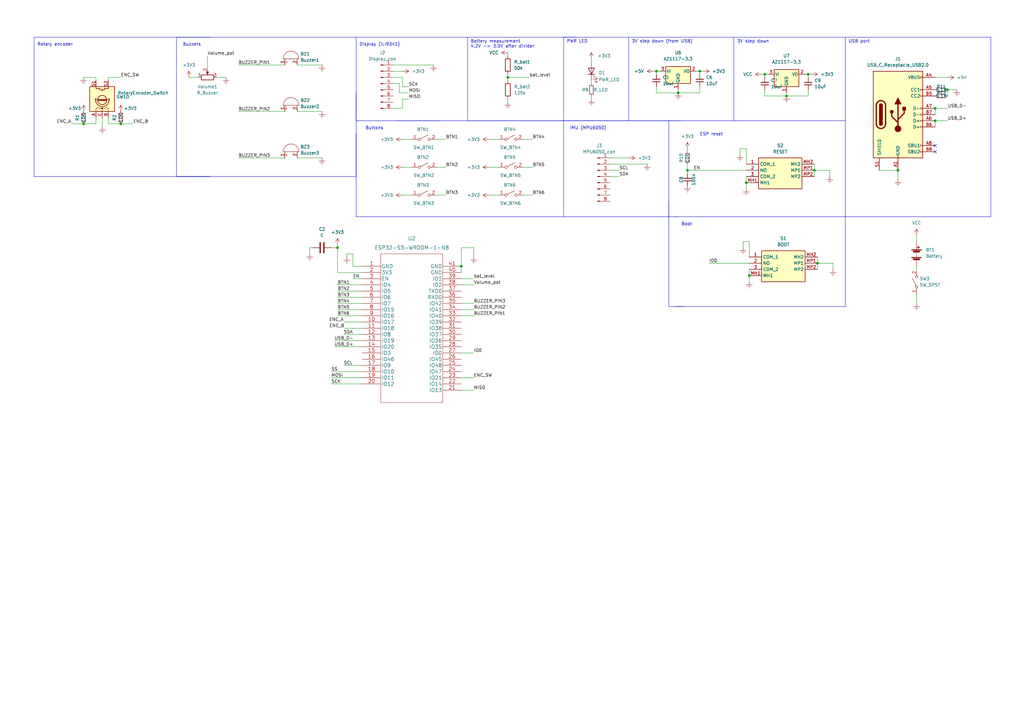
<source format=kicad_sch>
(kicad_sch (version 20230121) (generator eeschema)
  (paper "A3")
  (lib_symbols
    (symbol "+3V3_1" (power) (pin_names (offset 0))
      (property "Value" "+3V3_1" (at 0 3.556 0))
      (symbol "+3V3_1_0_1"
        (polyline (pts (xy -0.762 1.27) (xy 0 2.54)))
        (polyline (pts (xy 0 0) (xy 0 2.54)))
        (polyline (pts (xy 0 2.54) (xy 0.762 1.27)))
      )
      (symbol "+3V3_1_1_1"
        (pin power_in line (at 0 0 90) (length 0) hide (name "+3V3") (number "1"))
      )
    )
    (symbol "+5V_2" (power) (pin_names (offset 0))
      (property "Value" "+5V_2" (at 0 3.556 0))
      (symbol "+5V_2_0_1"
        (polyline (pts (xy -0.762 1.27) (xy 0 2.54)))
        (polyline (pts (xy 0 0) (xy 0 2.54)))
        (polyline (pts (xy 0 2.54) (xy 0.762 1.27)))
      )
      (symbol "+5V_2_1_1"
        (pin power_in line (at 0 0 90) (length 0) hide (name "+5V") (number "1"))
      )
    )
    (symbol "436333033816:436333033816"
      (property "Reference" "S" (at 24.13 7.62 0))
      (property "Value" "436333033816" (at 24.13 5.08 0))
      (symbol "436333033816_1_1"
        (rectangle (start 5.08 2.54) (end 22.86 -10.16) (stroke (width 0.254)) (fill (type background)))
        (pin passive line (at 0 0 0) (length 5.08) (name "COM_1") (number "1"))
        (pin passive line (at 0 -2.54 0) (length 5.08) (name "NO") (number "2"))
        (pin passive line (at 0 -5.08 0) (length 5.08) (name "COM_2") (number "3"))
        (pin passive line (at 0 -7.62 0) (length 5.08) (name "MH1") (number "MH1"))
        (pin passive line (at 27.94 0 180) (length 5.08) (name "MH2") (number "MH2"))
        (pin passive line (at 27.94 -2.54 180) (length 5.08) (name "MP1") (number "MP1"))
        (pin passive line (at 27.94 -5.08 180) (length 5.08) (name "MP2") (number "MP2"))
      )
    )
    (symbol "Connector:Conn_01x08_Pin" (pin_names (offset 1.016) hide)
      (property "Reference" "J" (at 0 10.16 0))
      (property "Value" "Conn_01x08_Pin" (at 0 -12.7 0))
      (symbol "Conn_01x08_Pin_1_1"
        (polyline (pts (xy 1.27 -10.16) (xy 0.8636 -10.16)) (stroke (width 0.1524)))
        (polyline (pts (xy 1.27 -7.62) (xy 0.8636 -7.62)) (stroke (width 0.1524)))
        (polyline (pts (xy 1.27 -5.08) (xy 0.8636 -5.08)) (stroke (width 0.1524)))
        (polyline (pts (xy 1.27 -2.54) (xy 0.8636 -2.54)) (stroke (width 0.1524)))
        (polyline (pts (xy 1.27 0) (xy 0.8636 0)) (stroke (width 0.1524)))
        (polyline (pts (xy 1.27 2.54) (xy 0.8636 2.54)) (stroke (width 0.1524)))
        (polyline (pts (xy 1.27 5.08) (xy 0.8636 5.08)) (stroke (width 0.1524)))
        (polyline (pts (xy 1.27 7.62) (xy 0.8636 7.62)) (stroke (width 0.1524)))
        (rectangle (start 0.8636 -10.033) (end 0 -10.287) (stroke (width 0.1524)) (fill (type outline)))
        (rectangle (start 0.8636 -7.493) (end 0 -7.747) (stroke (width 0.1524)) (fill (type outline)))
        (rectangle (start 0.8636 -4.953) (end 0 -5.207) (stroke (width 0.1524)) (fill (type outline)))
        (rectangle (start 0.8636 -2.413) (end 0 -2.667) (stroke (width 0.1524)) (fill (type outline)))
        (rectangle (start 0.8636 0.127) (end 0 -0.127) (stroke (width 0.1524)) (fill (type outline)))
        (rectangle (start 0.8636 2.667) (end 0 2.413) (stroke (width 0.1524)) (fill (type outline)))
        (rectangle (start 0.8636 5.207) (end 0 4.953) (stroke (width 0.1524)) (fill (type outline)))
        (rectangle (start 0.8636 7.747) (end 0 7.493) (stroke (width 0.1524)) (fill (type outline)))
        (pin passive line (at 5.08 7.62 180) (length 3.81) (name "Pin_1") (number "1"))
        (pin passive line (at 5.08 5.08 180) (length 3.81) (name "Pin_2") (number "2"))
        (pin passive line (at 5.08 2.54 180) (length 3.81) (name "Pin_3") (number "3"))
        (pin passive line (at 5.08 0 180) (length 3.81) (name "Pin_4") (number "4"))
        (pin passive line (at 5.08 -2.54 180) (length 3.81) (name "Pin_5") (number "5"))
        (pin passive line (at 5.08 -5.08 180) (length 3.81) (name "Pin_6") (number "6"))
        (pin passive line (at 5.08 -7.62 180) (length 3.81) (name "Pin_7") (number "7"))
        (pin passive line (at 5.08 -10.16 180) (length 3.81) (name "Pin_8") (number "8"))
      )
    )
    (symbol "Connector:USB_C_Receptacle_USB2.0" (pin_names (offset 1.016))
      (property "Reference" "J" (at -10.16 19.05 0))
      (property "Value" "USB_C_Receptacle_USB2.0" (at 19.05 19.05 0))
      (symbol "USB_C_Receptacle_USB2.0_0_0"
        (rectangle (start -0.254 -17.78) (end 0.254 -16.764))
        (rectangle (start 10.16 -14.986) (end 9.144 -15.494))
        (rectangle (start 10.16 -12.446) (end 9.144 -12.954))
        (rectangle (start 10.16 -4.826) (end 9.144 -5.334))
        (rectangle (start 10.16 -2.286) (end 9.144 -2.794))
        (rectangle (start 10.16 0.254) (end 9.144 -0.254))
        (rectangle (start 10.16 2.794) (end 9.144 2.286))
        (rectangle (start 10.16 7.874) (end 9.144 7.366))
        (rectangle (start 10.16 10.414) (end 9.144 9.906))
        (rectangle (start 10.16 15.494) (end 9.144 14.986))
      )
      (symbol "USB_C_Receptacle_USB2.0_0_1"
        (rectangle (start -10.16 17.78) (end 10.16 -17.78) (stroke (width 0.254)) (fill (type background)))
        (arc (start -8.89 -3.81) (mid -6.985 -5.7067) (end -5.08 -3.81) (stroke (width 0.508)))
        (arc (start -7.62 -3.81) (mid -6.985 -4.4423) (end -6.35 -3.81) (stroke (width 0.254)))
        (arc (start -7.62 -3.81) (mid -6.985 -4.4423) (end -6.35 -3.81) (stroke (width 0.254)) (fill (type outline)))
        (rectangle (start -7.62 -3.81) (end -6.35 3.81) (stroke (width 0.254)) (fill (type outline)))
        (arc (start -6.35 3.81) (mid -6.985 4.4423) (end -7.62 3.81) (stroke (width 0.254)))
        (arc (start -6.35 3.81) (mid -6.985 4.4423) (end -7.62 3.81) (stroke (width 0.254)) (fill (type outline)))
        (arc (start -5.08 3.81) (mid -6.985 5.7067) (end -8.89 3.81) (stroke (width 0.508)))
        (circle (center -2.54 1.143) (radius 0.635) (stroke (width 0.254)) (fill (type outline)))
        (circle (center 0 -5.842) (radius 1.27) (fill (type outline)))
        (polyline (pts (xy -8.89 -3.81) (xy -8.89 3.81)) (stroke (width 0.508)))
        (polyline (pts (xy -5.08 3.81) (xy -5.08 -3.81)) (stroke (width 0.508)))
        (polyline (pts (xy 0 -5.842) (xy 0 4.318)) (stroke (width 0.508)))
        (polyline (pts (xy 0 -3.302) (xy -2.54 -0.762) (xy -2.54 0.508)) (stroke (width 0.508)))
        (polyline (pts (xy 0 -2.032) (xy 2.54 0.508) (xy 2.54 1.778)) (stroke (width 0.508)))
        (polyline (pts (xy -1.27 4.318) (xy 0 6.858) (xy 1.27 4.318) (xy -1.27 4.318)) (stroke (width 0.254)) (fill (type outline)))
        (rectangle (start 1.905 1.778) (end 3.175 3.048) (stroke (width 0.254)) (fill (type outline)))
      )
      (symbol "USB_C_Receptacle_USB2.0_1_1"
        (pin passive line (at 0 -22.86 90) (length 5.08) (name "GND") (number "A1"))
        (pin passive line (at 0 -22.86 90) (length 5.08) hide (name "GND") (number "A12"))
        (pin passive line (at 15.24 15.24 180) (length 5.08) (name "VBUS") (number "A4"))
        (pin bidirectional line (at 15.24 10.16 180) (length 5.08) (name "CC1") (number "A5"))
        (pin bidirectional line (at 15.24 -2.54 180) (length 5.08) (name "D+") (number "A6"))
        (pin bidirectional line (at 15.24 2.54 180) (length 5.08) (name "D-") (number "A7"))
        (pin bidirectional line (at 15.24 -12.7 180) (length 5.08) (name "SBU1") (number "A8"))
        (pin passive line (at 15.24 15.24 180) (length 5.08) hide (name "VBUS") (number "A9"))
        (pin passive line (at 0 -22.86 90) (length 5.08) hide (name "GND") (number "B1"))
        (pin passive line (at 0 -22.86 90) (length 5.08) hide (name "GND") (number "B12"))
        (pin passive line (at 15.24 15.24 180) (length 5.08) hide (name "VBUS") (number "B4"))
        (pin bidirectional line (at 15.24 7.62 180) (length 5.08) (name "CC2") (number "B5"))
        (pin bidirectional line (at 15.24 -5.08 180) (length 5.08) (name "D+") (number "B6"))
        (pin bidirectional line (at 15.24 0 180) (length 5.08) (name "D-") (number "B7"))
        (pin bidirectional line (at 15.24 -15.24 180) (length 5.08) (name "SBU2") (number "B8"))
        (pin passive line (at 15.24 15.24 180) (length 5.08) hide (name "VBUS") (number "B9"))
        (pin passive line (at -7.62 -22.86 90) (length 5.08) (name "SHIELD") (number "S1"))
      )
    )
    (symbol "Device:Battery" (pin_numbers hide) (pin_names (offset 0) hide)
      (property "Reference" "BT" (at 2.54 2.54 0))
      (property "Value" "Battery" (at 2.54 0 0))
      (symbol "Battery_0_1"
        (rectangle (start -2.032 -1.397) (end 2.032 -1.651) (fill (type outline)))
        (rectangle (start -2.032 1.778) (end 2.032 1.524) (fill (type outline)))
        (rectangle (start -1.3208 -1.9812) (end 1.27 -2.4892) (fill (type outline)))
        (rectangle (start -1.3208 1.1938) (end 1.27 0.6858) (fill (type outline)))
        (polyline (pts (xy 0 -1.524) (xy 0 -1.27)))
        (polyline (pts (xy 0 -1.016) (xy 0 -0.762)))
        (polyline (pts (xy 0 -0.508) (xy 0 -0.254)))
        (polyline (pts (xy 0 0) (xy 0 0.254)))
        (polyline (pts (xy 0 0.508) (xy 0 0.762)))
        (polyline (pts (xy 0 1.778) (xy 0 2.54)))
        (polyline (pts (xy 0.254 2.667) (xy 1.27 2.667)) (stroke (width 0.254)))
        (polyline (pts (xy 0.762 3.175) (xy 0.762 2.159)) (stroke (width 0.254)))
      )
      (symbol "Battery_1_1"
        (pin passive line (at 0 5.08 270) (length 2.54) (name "+") (number "1"))
        (pin passive line (at 0 -5.08 90) (length 2.54) (name "-") (number "2"))
      )
    )
    (symbol "Device:Buzzer" (pin_names (offset 0.0254) hide)
      (property "Reference" "BZ" (at 3.81 1.27 0))
      (property "Value" "Buzzer" (at 3.81 -1.27 0))
      (symbol "Buzzer_0_1"
        (arc (start 0 -3.175) (mid 3.1612 0) (end 0 3.175))
        (polyline (pts (xy -1.651 1.905) (xy -1.143 1.905)))
        (polyline (pts (xy -1.397 2.159) (xy -1.397 1.651)))
        (polyline (pts (xy 0 3.175) (xy 0 -3.175)))
      )
      (symbol "Buzzer_1_1"
        (pin passive line (at -2.54 2.54 0) (length 2.54) (name "-") (number "1"))
        (pin passive line (at -2.54 -2.54 0) (length 2.54) (name "+") (number "2"))
      )
    )
    (symbol "Device:C" (pin_numbers hide) (pin_names (offset 0.254))
      (property "Reference" "C" (at 0.635 2.54 0))
      (property "Value" "C" (at 0.635 -2.54 0))
      (symbol "C_0_1"
        (polyline (pts (xy -2.032 -0.762) (xy 2.032 -0.762)) (stroke (width 0.508)))
        (polyline (pts (xy -2.032 0.762) (xy 2.032 0.762)) (stroke (width 0.508)))
      )
      (symbol "C_1_1"
        (pin passive line (at 0 3.81 270) (length 2.794) (name "~") (number "1"))
        (pin passive line (at 0 -3.81 90) (length 2.794) (name "~") (number "2"))
      )
    )
    (symbol "Device:C_Small" (pin_numbers hide) (pin_names (offset 0.254) hide)
      (property "Reference" "C" (at 0.254 1.778 0))
      (property "Value" "C_Small" (at 0.254 -2.032 0))
      (symbol "C_Small_0_1"
        (polyline (pts (xy -1.524 -0.508) (xy 1.524 -0.508)) (stroke (width 0.3302)))
        (polyline (pts (xy -1.524 0.508) (xy 1.524 0.508)) (stroke (width 0.3048)))
      )
      (symbol "C_Small_1_1"
        (pin passive line (at 0 2.54 270) (length 2.032) (name "~") (number "1"))
        (pin passive line (at 0 -2.54 90) (length 2.032) (name "~") (number "2"))
      )
    )
    (symbol "Device:LED" (pin_numbers hide) (pin_names (offset 1.016) hide)
      (property "Reference" "D" (at 0 2.54 0))
      (property "Value" "LED" (at 0 -2.54 0))
      (symbol "LED_0_1"
        (polyline (pts (xy -1.27 -1.27) (xy -1.27 1.27)) (stroke (width 0.254)))
        (polyline (pts (xy -1.27 0) (xy 1.27 0)))
        (polyline (pts (xy 1.27 -1.27) (xy 1.27 1.27) (xy -1.27 0) (xy 1.27 -1.27)) (stroke (width 0.254)))
        (polyline (pts (xy -3.048 -0.762) (xy -4.572 -2.286) (xy -3.81 -2.286) (xy -4.572 -2.286) (xy -4.572 -1.524)))
        (polyline (pts (xy -1.778 -0.762) (xy -3.302 -2.286) (xy -2.54 -2.286) (xy -3.302 -2.286) (xy -3.302 -1.524)))
      )
      (symbol "LED_1_1"
        (pin passive line (at -3.81 0 0) (length 2.54) (name "K") (number "1"))
        (pin passive line (at 3.81 0 180) (length 2.54) (name "A") (number "2"))
      )
    )
    (symbol "Device:R" (pin_numbers hide) (pin_names (offset 0))
      (property "Reference" "R" (at 2.032 0 90))
      (property "Value" "R" (at 0 0 90))
      (symbol "R_0_1"
        (rectangle (start -1.016 -2.54) (end 1.016 2.54) (stroke (width 0.254)))
      )
      (symbol "R_1_1"
        (pin passive line (at 0 3.81 270) (length 1.27) (name "~") (number "1"))
        (pin passive line (at 0 -3.81 90) (length 1.27) (name "~") (number "2"))
      )
    )
    (symbol "Device:R_Potentiometer" (pin_names (offset 1.016) hide)
      (property "Reference" "RV" (at -4.445 0 90))
      (property "Value" "R_Potentiometer" (at -2.54 0 90))
      (symbol "R_Potentiometer_0_1"
        (polyline (pts (xy 2.54 0) (xy 1.524 0)))
        (polyline (pts (xy 1.143 0) (xy 2.286 0.508) (xy 2.286 -0.508) (xy 1.143 0)) (fill (type outline)))
        (rectangle (start 1.016 2.54) (end -1.016 -2.54) (stroke (width 0.254)))
      )
      (symbol "R_Potentiometer_1_1"
        (pin passive line (at 0 3.81 270) (length 1.27) (name "1") (number "1"))
        (pin passive line (at 3.81 0 180) (length 1.27) (name "2") (number "2"))
        (pin passive line (at 0 -3.81 90) (length 1.27) (name "3") (number "3"))
      )
    )
    (symbol "Device:R_Small" (pin_numbers hide) (pin_names (offset 0.254) hide)
      (property "Reference" "R" (at 0.762 0.508 0))
      (property "Value" "R_Small" (at 0.762 -1.016 0))
      (symbol "R_Small_0_1"
        (rectangle (start -0.762 1.778) (end 0.762 -1.778) (stroke (width 0.2032)))
      )
      (symbol "R_Small_1_1"
        (pin passive line (at 0 2.54 270) (length 0.762) (name "~") (number "1"))
        (pin passive line (at 0 -2.54 90) (length 0.762) (name "~") (number "2"))
      )
    )
    (symbol "Device:RotaryEncoder_Switch" (pin_names (offset 0.254) hide)
      (property "Reference" "SW" (at 0 6.604 0))
      (property "Value" "RotaryEncoder_Switch" (at 0 -6.604 0))
      (symbol "RotaryEncoder_Switch_0_1"
        (rectangle (start -5.08 5.08) (end 5.08 -5.08) (stroke (width 0.254)) (fill (type background)))
        (circle (center -3.81 0) (radius 0.254) (fill (type outline)))
        (circle (center -0.381 0) (radius 1.905) (stroke (width 0.254)))
        (arc (start -0.381 2.667) (mid -3.0988 -0.0635) (end -0.381 -2.794) (stroke (width 0.254)))
        (polyline (pts (xy -0.635 -1.778) (xy -0.635 1.778)) (stroke (width 0.254)))
        (polyline (pts (xy -0.381 -1.778) (xy -0.381 1.778)) (stroke (width 0.254)))
        (polyline (pts (xy -0.127 1.778) (xy -0.127 -1.778)) (stroke (width 0.254)))
        (polyline (pts (xy 3.81 0) (xy 3.429 0)) (stroke (width 0.254)))
        (polyline (pts (xy 3.81 1.016) (xy 3.81 -1.016)) (stroke (width 0.254)))
        (polyline (pts (xy -5.08 -2.54) (xy -3.81 -2.54) (xy -3.81 -2.032)))
        (polyline (pts (xy -5.08 2.54) (xy -3.81 2.54) (xy -3.81 2.032)))
        (polyline (pts (xy 0.254 -3.048) (xy -0.508 -2.794) (xy 0.127 -2.413)) (stroke (width 0.254)))
        (polyline (pts (xy 0.254 2.921) (xy -0.508 2.667) (xy 0.127 2.286)) (stroke (width 0.254)))
        (polyline (pts (xy 5.08 -2.54) (xy 4.318 -2.54) (xy 4.318 -1.016)) (stroke (width 0.254)))
        (polyline (pts (xy 5.08 2.54) (xy 4.318 2.54) (xy 4.318 1.016)) (stroke (width 0.254)))
        (polyline (pts (xy -5.08 0) (xy -3.81 0) (xy -3.81 -1.016) (xy -3.302 -2.032)))
        (polyline (pts (xy -4.318 0) (xy -3.81 0) (xy -3.81 1.016) (xy -3.302 2.032)))
        (circle (center 4.318 -1.016) (radius 0.127) (stroke (width 0.254)))
        (circle (center 4.318 1.016) (radius 0.127) (stroke (width 0.254)))
      )
      (symbol "RotaryEncoder_Switch_1_1"
        (pin passive line (at -7.62 2.54 0) (length 2.54) (name "A") (number "A"))
        (pin passive line (at -7.62 -2.54 0) (length 2.54) (name "B") (number "B"))
        (pin passive line (at -7.62 0 0) (length 2.54) (name "C") (number "C"))
        (pin passive line (at 7.62 2.54 180) (length 2.54) (name "S1") (number "S1"))
        (pin passive line (at 7.62 -2.54 180) (length 2.54) (name "S2") (number "S2"))
      )
    )
    (symbol "FC_library:ESP32-S3-WROOM-1-N8" (pin_names (offset 0.254))
      (property "Reference" "U" (at 20.32 10.16 0))
      (property "Value" "ESP32-S3-WROOM-1-N8" (at 20.32 7.62 0))
      (symbol "ESP32-S3-WROOM-1-N8_1_1"
        (polyline (pts (xy 7.62 -55.88) (xy 33.02 -55.88)) (stroke (width 0.127)))
        (polyline (pts (xy 7.62 5.08) (xy 7.62 -55.88)) (stroke (width 0.127)))
        (polyline (pts (xy 33.02 -55.88) (xy 33.02 5.08)) (stroke (width 0.127)))
        (polyline (pts (xy 33.02 5.08) (xy 7.62 5.08)) (stroke (width 0.127)))
        (pin power_in line (at 0 0 0) (length 7.62) (name "GND") (number "1"))
        (pin bidirectional line (at 0 -22.86 0) (length 7.62) (name "IO17") (number "10"))
        (pin bidirectional line (at 0 -25.4 0) (length 7.62) (name "IO18") (number "11"))
        (pin bidirectional line (at 0 -27.94 0) (length 7.62) (name "IO8") (number "12"))
        (pin bidirectional line (at 0 -30.48 0) (length 7.62) (name "IO19") (number "13"))
        (pin bidirectional line (at 0 -33.02 0) (length 7.62) (name "IO20") (number "14"))
        (pin bidirectional line (at 0 -35.56 0) (length 7.62) (name "IO3") (number "15"))
        (pin bidirectional line (at 0 -38.1 0) (length 7.62) (name "IO46") (number "16"))
        (pin bidirectional line (at 0 -40.64 0) (length 7.62) (name "IO9") (number "17"))
        (pin bidirectional line (at 0 -43.18 0) (length 7.62) (name "IO10") (number "18"))
        (pin bidirectional line (at 0 -45.72 0) (length 7.62) (name "IO11") (number "19"))
        (pin power_in line (at 0 -2.54 0) (length 7.62) (name "3V3") (number "2"))
        (pin bidirectional line (at 0 -48.26 0) (length 7.62) (name "IO12") (number "20"))
        (pin bidirectional line (at 40.64 -50.8 180) (length 7.62) (name "IO13") (number "21"))
        (pin bidirectional line (at 40.64 -48.26 180) (length 7.62) (name "IO14") (number "22"))
        (pin bidirectional line (at 40.64 -45.72 180) (length 7.62) (name "IO21") (number "23"))
        (pin bidirectional line (at 40.64 -43.18 180) (length 7.62) (name "IO47") (number "24"))
        (pin bidirectional line (at 40.64 -40.64 180) (length 7.62) (name "IO48") (number "25"))
        (pin bidirectional line (at 40.64 -38.1 180) (length 7.62) (name "IO45") (number "26"))
        (pin bidirectional line (at 40.64 -35.56 180) (length 7.62) (name "IO0") (number "27"))
        (pin bidirectional line (at 40.64 -33.02 180) (length 7.62) (name "IO35") (number "28"))
        (pin bidirectional line (at 40.64 -30.48 180) (length 7.62) (name "IO36") (number "29"))
        (pin input line (at 0 -5.08 0) (length 7.62) (name "EN") (number "3"))
        (pin bidirectional line (at 40.64 -27.94 180) (length 7.62) (name "IO37") (number "30"))
        (pin bidirectional line (at 40.64 -25.4 180) (length 7.62) (name "IO38") (number "31"))
        (pin bidirectional line (at 40.64 -22.86 180) (length 7.62) (name "IO39") (number "32"))
        (pin bidirectional line (at 40.64 -20.32 180) (length 7.62) (name "IO40") (number "33"))
        (pin bidirectional line (at 40.64 -17.78 180) (length 7.62) (name "IO41") (number "34"))
        (pin bidirectional line (at 40.64 -15.24 180) (length 7.62) (name "IO42") (number "35"))
        (pin bidirectional line (at 40.64 -12.7 180) (length 7.62) (name "RXD0") (number "36"))
        (pin bidirectional line (at 40.64 -10.16 180) (length 7.62) (name "TXD0") (number "37"))
        (pin bidirectional line (at 40.64 -7.62 180) (length 7.62) (name "IO2") (number "38"))
        (pin bidirectional line (at 40.64 -5.08 180) (length 7.62) (name "IO1") (number "39"))
        (pin bidirectional line (at 0 -7.62 0) (length 7.62) (name "IO4") (number "4"))
        (pin power_in line (at 40.64 -2.54 180) (length 7.62) (name "GND") (number "40"))
        (pin power_in line (at 40.64 0 180) (length 7.62) (name "GND") (number "41"))
        (pin bidirectional line (at 0 -10.16 0) (length 7.62) (name "IO5") (number "5"))
        (pin bidirectional line (at 0 -12.7 0) (length 7.62) (name "IO6") (number "6"))
        (pin bidirectional line (at 0 -15.24 0) (length 7.62) (name "IO7") (number "7"))
        (pin bidirectional line (at 0 -17.78 0) (length 7.62) (name "IO15") (number "8"))
        (pin bidirectional line (at 0 -20.32 0) (length 7.62) (name "IO16") (number "9"))
      )
    )
    (symbol "Regulator_Linear:AZ1117-3.3" (pin_names (offset 0.254))
      (property "Reference" "U" (at -3.81 3.175 0))
      (property "Value" "AZ1117-3.3" (at 0 3.175 0))
      (symbol "AZ1117-3.3_0_1"
        (rectangle (start -5.08 1.905) (end 5.08 -5.08) (stroke (width 0.254)) (fill (type background)))
      )
      (symbol "AZ1117-3.3_1_1"
        (pin power_in line (at 0 -7.62 90) (length 2.54) (name "GND") (number "1"))
        (pin power_out line (at 7.62 0 180) (length 2.54) (name "VO") (number "2"))
        (pin power_in line (at -7.62 0 0) (length 2.54) (name "VI") (number "3"))
      )
    )
    (symbol "Switch:SW_SPST" (pin_names (offset 0) hide)
      (property "Reference" "SW" (at 0 3.175 0))
      (property "Value" "SW_SPST" (at 0 -2.54 0))
      (symbol "SW_SPST_0_0"
        (circle (center -2.032 0) (radius 0.508))
        (polyline (pts (xy -1.524 0.254) (xy 1.524 1.778)))
        (circle (center 2.032 0) (radius 0.508))
      )
      (symbol "SW_SPST_1_1"
        (pin passive line (at -5.08 0 0) (length 2.54) (name "A") (number "1"))
        (pin passive line (at 5.08 0 180) (length 2.54) (name "B") (number "2"))
      )
    )
    (symbol "VCC_1" (power) (pin_names (offset 0))
      (property "Value" "VCC_1" (at 0 3.81 0))
      (symbol "VCC_1_0_1"
        (polyline (pts (xy -0.762 1.27) (xy 0 2.54)))
        (polyline (pts (xy 0 0) (xy 0 2.54)))
        (polyline (pts (xy 0 2.54) (xy 0.762 1.27)))
      )
      (symbol "VCC_1_1_1"
        (pin power_in line (at 0 0 90) (length 0) hide (name "VCC") (number "1"))
      )
    )
    (symbol "power:+3V3" (power) (pin_names (offset 0))
      (property "Value" "+3V3" (at 0 3.556 0))
      (symbol "+3V3_0_1"
        (polyline (pts (xy -0.762 1.27) (xy 0 2.54)))
        (polyline (pts (xy 0 0) (xy 0 2.54)))
        (polyline (pts (xy 0 2.54) (xy 0.762 1.27)))
      )
      (symbol "+3V3_1_1"
        (pin power_in line (at 0 0 90) (length 0) hide (name "+3V3") (number "1"))
      )
    )
    (symbol "power:+5V" (power) (pin_names (offset 0))
      (property "Value" "+5V" (at 0 3.556 0))
      (symbol "+5V_0_1"
        (polyline (pts (xy -0.762 1.27) (xy 0 2.54)))
        (polyline (pts (xy 0 0) (xy 0 2.54)))
        (polyline (pts (xy 0 2.54) (xy 0.762 1.27)))
      )
      (symbol "+5V_1_1"
        (pin power_in line (at 0 0 90) (length 0) hide (name "+5V") (number "1"))
      )
    )
    (symbol "power:Earth" (power) (pin_names (offset 0))
      (symbol "Earth_0_1"
        (polyline (pts (xy -0.635 -1.905) (xy 0.635 -1.905)))
        (polyline (pts (xy -0.127 -2.54) (xy 0.127 -2.54)))
        (polyline (pts (xy 0 -1.27) (xy 0 0)))
        (polyline (pts (xy 1.27 -1.27) (xy -1.27 -1.27)))
      )
      (symbol "Earth_1_1"
        (pin power_in line (at 0 0 270) (length 0) hide (name "Earth") (number "1"))
      )
    )
    (symbol "power:VCC" (power) (pin_names (offset 0))
      (property "Value" "VCC" (at 0 3.81 0))
      (symbol "VCC_0_1"
        (polyline (pts (xy -0.762 1.27) (xy 0 2.54)))
        (polyline (pts (xy 0 0) (xy 0 2.54)))
        (polyline (pts (xy 0 2.54) (xy 0.762 1.27)))
      )
      (symbol "VCC_1_1"
        (pin power_in line (at 0 0 90) (length 0) hide (name "VCC") (number "1"))
      )
    )
  )
  (junction (at 334.01 69.85))
  (junction (at 138.43 101.6))
  (junction (at 307.34 113.03))
  (junction (at 287.02 29.21))
  (junction (at 281.94 69.85))
  (junction (at 306.07 74.93))
  (junction (at 388.62 36.83))
  (junction (at 368.3 69.85))
  (junction (at 49.53 50.8))
  (junction (at 269.24 29.21))
  (junction (at 383.54 49.53))
  (junction (at 313.69 30.48))
  (junction (at 383.54 44.45))
  (junction (at 278.13 38.1))
  (junction (at 331.47 30.48))
  (junction (at 208.28 31.75))
  (junction (at 34.29 50.8))
  (junction (at 189.23 109.22))
  (junction (at 335.28 107.95))
  (junction (at 322.58 39.37))
  (no_connect (at 383.54 62.23))
  (no_connect (at 383.54 59.69))
  (wire (pts (xy 189.23 124.46) (xy 194.31 124.46)))
  (polyline (pts (xy 346.71 88.9) (xy 346.71 125.73)))
  (wire (pts (xy 34.29 31.75) (xy 39.37 31.75)))
  (polyline (pts (xy 406.4 15.24) (xy 406.4 88.9)))
  (wire (pts (xy 138.43 127) (xy 148.59 127)))
  (wire (pts (xy 142.24 104.14) (xy 142.24 105.41)))
  (wire (pts (xy 303.53 63.5) (xy 303.53 60.96)))
  (wire (pts (xy 250.19 67.31) (xy 265.43 67.31)))
  (wire (pts (xy 29.21 50.8) (xy 34.29 50.8)))
  (wire (pts (xy 307.34 110.49) (xy 307.34 113.03)))
  (wire (pts (xy 360.68 69.85) (xy 368.3 69.85)))
  (wire (pts (xy 281.94 60.96) (xy 281.94 62.23)))
  (wire (pts (xy 85.09 22.86) (xy 85.09 27.94)))
  (wire (pts (xy 161.29 29.21) (xy 165.1 29.21)))
  (wire (pts (xy 165.1 40.64) (xy 167.64 40.64)))
  (wire (pts (xy 140.97 149.86) (xy 148.59 149.86)))
  (wire (pts (xy 307.34 113.03) (xy 307.34 115.57)))
  (wire (pts (xy 163.83 38.1) (xy 167.64 38.1)))
  (polyline (pts (xy 146.05 54.61) (xy 146.05 88.9)))
  (wire (pts (xy 138.43 111.76) (xy 148.59 111.76)))
  (wire (pts (xy 278.13 38.1) (xy 287.02 38.1)))
  (wire (pts (xy 242.57 24.13) (xy 242.57 25.4)))
  (wire (pts (xy 179.07 80.01) (xy 182.88 80.01)))
  (wire (pts (xy 269.24 29.21) (xy 269.24 30.48)))
  (wire (pts (xy 334.01 67.31) (xy 334.01 69.85)))
  (wire (pts (xy 388.62 36.83) (xy 392.43 36.83)))
  (polyline (pts (xy 346.71 15.24) (xy 346.71 88.9)))
  (wire (pts (xy 163.83 38.1) (xy 163.83 34.29)))
  (wire (pts (xy 141.2378 134.6174) (xy 142.6899 134.6174)))
  (wire (pts (xy 148.59 109.22) (xy 144.78 109.22)))
  (wire (pts (xy 335.28 107.95) (xy 335.28 110.49)))
  (polyline (pts (xy 274.32 82.55) (xy 274.32 88.9)))
  (wire (pts (xy 313.69 39.37) (xy 322.58 39.37)))
  (wire (pts (xy 287.02 29.21) (xy 287.02 30.48)))
  (wire (pts (xy 341.63 107.95) (xy 341.63 110.49)))
  (wire (pts (xy 138.43 124.46) (xy 148.59 124.46)))
  (wire (pts (xy 214.63 80.01) (xy 218.44 80.01)))
  (polyline (pts (xy 274.32 88.9) (xy 274.32 125.73)))
  (wire (pts (xy 140.97 137.16) (xy 148.59 137.16)))
  (wire (pts (xy 287.02 38.1) (xy 287.02 35.56)))
  (wire (pts (xy 340.36 69.85) (xy 334.01 69.85)))
  (wire (pts (xy 250.19 64.77) (xy 257.81 64.77)))
  (wire (pts (xy 335.28 105.41) (xy 335.28 107.95)))
  (wire (pts (xy 208.28 40.64) (xy 208.28 41.91)))
  (wire (pts (xy 269.24 38.1) (xy 278.13 38.1)))
  (wire (pts (xy 312.42 30.48) (xy 313.69 30.48)))
  (wire (pts (xy 44.45 33.02) (xy 44.45 31.75)))
  (wire (pts (xy 135.89 157.48) (xy 148.59 157.48)))
  (wire (pts (xy 128.27 101.6) (xy 127 101.6)))
  (wire (pts (xy 144.78 104.14) (xy 142.24 104.14)))
  (wire (pts (xy 383.54 31.75) (xy 388.62 31.75)))
  (polyline (pts (xy 146.05 15.24) (xy 146.05 49.53)))
  (wire (pts (xy 250.19 69.85) (xy 254 69.85)))
  (wire (pts (xy 77.47 31.75) (xy 81.28 31.75)))
  (wire (pts (xy 41.91 48.26) (xy 41.91 52.07)))
  (polyline (pts (xy 346.71 15.24) (xy 257.81 15.24)))
  (polyline (pts (xy 276.86 125.73) (xy 346.71 125.73)))
  (wire (pts (xy 121.92 64.77) (xy 132.08 64.77)))
  (wire (pts (xy 179.07 68.58) (xy 182.88 68.58)))
  (wire (pts (xy 208.28 21.59) (xy 208.28 22.86)))
  (wire (pts (xy 285.75 29.21) (xy 287.02 29.21)))
  (wire (pts (xy 281.94 69.85) (xy 281.94 71.12)))
  (wire (pts (xy 306.07 72.39) (xy 306.07 74.93)))
  (wire (pts (xy 144.78 114.3) (xy 148.59 114.3)))
  (wire (pts (xy 307.34 99.06) (xy 307.34 105.41)))
  (wire (pts (xy 334.01 69.85) (xy 334.01 72.39)))
  (wire (pts (xy 304.8 101.6) (xy 304.8 99.06)))
  (wire (pts (xy 375.92 96.52) (xy 375.92 99.06)))
  (wire (pts (xy 281.94 67.31) (xy 281.94 69.85)))
  (wire (pts (xy 165.1 35.56) (xy 165.1 31.75)))
  (polyline (pts (xy 13.97 15.24) (xy 86.36 15.24)))
  (wire (pts (xy 161.29 26.67) (xy 177.8 26.67)))
  (polyline (pts (xy 146.05 88.9) (xy 274.32 88.9)))
  (wire (pts (xy 200.66 68.58) (xy 204.47 68.58)))
  (wire (pts (xy 189.23 144.78) (xy 194.31 144.78)))
  (polyline (pts (xy 257.81 15.24) (xy 257.81 49.53)))
  (wire (pts (xy 290.83 107.95) (xy 307.34 107.95)))
  (polyline (pts (xy 162.56 49.53) (xy 250.19 49.53)))
  (wire (pts (xy 44.45 50.8) (xy 49.53 50.8)))
  (wire (pts (xy 138.43 119.38) (xy 148.59 119.38)))
  (wire (pts (xy 278.13 36.83) (xy 278.13 38.1)))
  (polyline (pts (xy 191.77 15.24) (xy 191.77 49.53)))
  (wire (pts (xy 267.97 29.21) (xy 269.24 29.21)))
  (polyline (pts (xy 231.14 49.53) (xy 300.99 49.53)))
  (wire (pts (xy 322.58 39.37) (xy 331.47 39.37)))
  (wire (pts (xy 189.23 101.6) (xy 194.31 101.6)))
  (wire (pts (xy 331.47 39.37) (xy 331.47 36.83)))
  (polyline (pts (xy 406.4 15.24) (xy 346.71 15.24)))
  (wire (pts (xy 138.43 121.92) (xy 148.59 121.92)))
  (polyline (pts (xy 146.05 38.1) (xy 146.05 72.39)))
  (wire (pts (xy 121.92 26.67) (xy 132.08 26.67)))
  (polyline (pts (xy 274.32 88.9) (xy 276.86 88.9)))
  (wire (pts (xy 242.57 34.29) (xy 242.57 33.02)))
  (wire (pts (xy 34.29 50.8) (xy 39.37 50.8)))
  (wire (pts (xy 44.45 48.26) (xy 44.45 50.8)))
  (polyline (pts (xy 72.39 72.39) (xy 144.78 72.39)))
  (wire (pts (xy 144.78 109.22) (xy 144.78 104.14)))
  (polyline (pts (xy 346.71 88.9) (xy 406.4 88.9)))
  (polyline (pts (xy 180.34 49.53) (xy 146.05 49.53)))
  (wire (pts (xy 303.53 60.96) (xy 306.07 60.96)))
  (polyline (pts (xy 274.32 49.53) (xy 274.32 88.9)))
  (polyline (pts (xy 72.39 15.24) (xy 146.05 15.24)))
  (wire (pts (xy 194.31 101.6) (xy 194.31 105.41)))
  (wire (pts (xy 179.07 57.15) (xy 182.88 57.15)))
  (wire (pts (xy 375.92 109.22) (xy 375.92 110.49)))
  (wire (pts (xy 287.02 29.21) (xy 288.29 29.21)))
  (wire (pts (xy 165.1 40.64) (xy 165.1 44.45)))
  (polyline (pts (xy 257.81 15.24) (xy 231.14 15.24)))
  (wire (pts (xy 331.47 30.48) (xy 331.47 31.75)))
  (wire (pts (xy 383.54 44.45) (xy 383.54 46.99)))
  (wire (pts (xy 388.62 36.83) (xy 388.62 39.37)))
  (wire (pts (xy 250.19 72.39) (xy 254 72.39)))
  (wire (pts (xy 165.1 44.45) (xy 161.29 44.45)))
  (wire (pts (xy 208.28 31.75) (xy 208.28 33.02)))
  (wire (pts (xy 208.28 30.48) (xy 208.28 31.75)))
  (wire (pts (xy 330.2 30.48) (xy 331.47 30.48)))
  (wire (pts (xy 189.23 101.6) (xy 189.23 109.22)))
  (wire (pts (xy 121.92 45.72) (xy 132.08 45.72)))
  (wire (pts (xy 189.23 127) (xy 194.31 127)))
  (wire (pts (xy 331.47 30.48) (xy 332.74 30.48)))
  (wire (pts (xy 165.1 57.15) (xy 168.91 57.15)))
  (wire (pts (xy 165.1 68.58) (xy 168.91 68.58)))
  (polyline (pts (xy 276.86 88.9) (xy 346.71 88.9)))
  (wire (pts (xy 135.89 101.6) (xy 138.43 101.6)))
  (wire (pts (xy 375.92 120.65) (xy 375.92 124.46)))
  (wire (pts (xy 44.45 31.75) (xy 49.53 31.75)))
  (wire (pts (xy 189.23 109.22) (xy 189.23 111.76)))
  (polyline (pts (xy 276.86 88.9) (xy 278.13 88.9)))
  (wire (pts (xy 306.07 60.96) (xy 306.07 67.31)))
  (wire (pts (xy 138.43 129.54) (xy 148.59 129.54)))
  (wire (pts (xy 313.69 30.48) (xy 313.69 31.75)))
  (wire (pts (xy 313.69 30.48) (xy 314.96 30.48)))
  (polyline (pts (xy 274.32 125.73) (xy 280.67 125.73)))
  (wire (pts (xy 189.23 114.3) (xy 194.31 114.3)))
  (polyline (pts (xy 13.97 72.39) (xy 86.36 72.39)))
  (wire (pts (xy 163.83 34.29) (xy 161.29 34.29)))
  (wire (pts (xy 304.8 99.06) (xy 307.34 99.06)))
  (wire (pts (xy 97.79 64.77) (xy 116.84 64.77)))
  (polyline (pts (xy 191.77 49.53) (xy 279.4 49.53)))
  (polyline (pts (xy 72.39 15.24) (xy 72.39 72.39)))
  (polyline (pts (xy 300.99 15.24) (xy 300.99 49.53)))
  (polyline (pts (xy 231.14 49.53) (xy 231.14 88.9)))
  (wire (pts (xy 368.3 69.85) (xy 368.3 73.66)))
  (wire (pts (xy 313.69 36.83) (xy 313.69 39.37)))
  (wire (pts (xy 306.07 74.93) (xy 306.07 77.47)))
  (wire (pts (xy 269.24 35.56) (xy 269.24 38.1)))
  (wire (pts (xy 214.63 57.15) (xy 218.44 57.15)))
  (wire (pts (xy 142.6899 134.6174) (xy 142.6899 134.62)))
  (wire (pts (xy 137.16 142.24) (xy 148.59 142.24)))
  (wire (pts (xy 88.9 31.75) (xy 92.71 31.75)))
  (wire (pts (xy 127 101.6) (xy 127 104.14)))
  (wire (pts (xy 189.23 129.54) (xy 194.31 129.54)))
  (wire (pts (xy 165.1 31.75) (xy 161.29 31.75)))
  (wire (pts (xy 49.53 50.8) (xy 54.61 50.8)))
  (wire (pts (xy 138.43 100.33) (xy 138.43 101.6)))
  (wire (pts (xy 322.58 38.1) (xy 322.58 39.37)))
  (wire (pts (xy 39.37 48.26) (xy 39.37 50.8)))
  (wire (pts (xy 189.23 116.84) (xy 194.31 116.84)))
  (wire (pts (xy 165.1 80.01) (xy 168.91 80.01)))
  (wire (pts (xy 142.6899 134.62) (xy 148.59 134.62)))
  (wire (pts (xy 135.89 152.4) (xy 148.59 152.4)))
  (wire (pts (xy 200.66 80.01) (xy 204.47 80.01)))
  (wire (pts (xy 165.1 35.56) (xy 167.64 35.56)))
  (wire (pts (xy 340.36 69.85) (xy 340.36 72.39)))
  (wire (pts (xy 137.16 139.7) (xy 148.59 139.7)))
  (wire (pts (xy 97.79 45.72) (xy 116.84 45.72)))
  (polyline (pts (xy 144.78 72.39) (xy 146.05 72.39)))
  (polyline (pts (xy 236.22 15.24) (xy 191.77 15.24)))
  (wire (pts (xy 200.66 57.15) (xy 204.47 57.15)))
  (wire (pts (xy 189.23 154.94) (xy 194.31 154.94)))
  (wire (pts (xy 39.37 31.75) (xy 39.37 33.02)))
  (wire (pts (xy 138.43 116.84) (xy 148.59 116.84)))
  (wire (pts (xy 281.94 69.85) (xy 306.07 69.85)))
  (wire (pts (xy 269.24 29.21) (xy 270.51 29.21)))
  (polyline (pts (xy 191.77 15.24) (xy 146.05 15.24)))
  (wire (pts (xy 189.23 160.02) (xy 194.31 160.02)))
  (wire (pts (xy 341.63 107.95) (xy 335.28 107.95)))
  (polyline (pts (xy 13.97 15.24) (xy 13.97 72.39)))
  (wire (pts (xy 383.54 44.45) (xy 388.62 44.45)))
  (wire (pts (xy 140.97 132.08) (xy 148.59 132.08)))
  (polyline (pts (xy 231.14 15.24) (xy 231.14 49.53)))
  (wire (pts (xy 214.63 68.58) (xy 218.44 68.58)))
  (wire (pts (xy 135.89 154.94) (xy 148.59 154.94)))
  (wire (pts (xy 208.28 31.75) (xy 217.17 31.75)))
  (wire (pts (xy 242.57 40.64) (xy 242.57 39.37)))
  (wire (pts (xy 383.54 49.53) (xy 388.62 49.53)))
  (wire (pts (xy 138.43 101.6) (xy 138.43 111.76)))
  (polyline (pts (xy 300.99 49.53) (xy 346.71 49.53)))
  (wire (pts (xy 383.54 49.53) (xy 383.54 52.07)))
  (wire (pts (xy 97.79 26.67) (xy 116.84 26.67)))
  (text "PWR LED\n" (at 232.41 17.78 0) (effects (font (size 1.27 1.27)) (justify left bottom)))
  (text "Buttons\n" (at 149.86 53.34 0) (effects (font (size 1.27 1.27)) (justify left bottom)))
  (text "Display (ILI9341)" (at 147.32 19.05 0) (effects (font (size 1.27 1.27)) (justify left bottom)))
  (text "IMU (MPU6050)" (at 233.68 53.34 0) (effects (font (size 1.27 1.27)) (justify left bottom)))
  (text "Battery measurement\n4.2V -> 3.0V after divider" (at 192.9545 19.8403 0) (effects (font (size 1.27 1.27)) (justify left bottom)))
  (text "3V step down (from USB)\n" (at 259.08 17.78 0) (effects (font (size 1.27 1.27)) (justify left bottom)))
  (text "ESP reset\n" (at 287.02 55.88 0) (effects (font (size 1.27 1.27)) (justify left bottom)))
  (text "3V step down\n" (at 302.26 17.78 0) (effects (font (size 1.27 1.27)) (justify left bottom)))
  (text "Buzzers" (at 74.93 19.05 0) (effects (font (size 1.27 1.27)) (justify left bottom)))
  (text "USB port" (at 347.98 17.78 0) (effects (font (size 1.27 1.27)) (justify left bottom)))
  (text "Rotary encoder\n" (at 15.24 19.05 0) (effects (font (size 1.27 1.27)) (justify left bottom)))
  (text "Boot\n" (at 279.4 92.71 0) (effects (font (size 1.27 1.27)) (justify left bottom)))
  (label "BUZZER_PIN3" (at 194.31 124.46 0))
  (label "ENC_SW" (at 49.53 31.75 0))
  (label "USB_D-" (at 388.62 44.45 0))
  (label "MOSI" (at 167.64 38.1 0))
  (label "ENC_B" (at 141.2378 134.6174 180))
  (label "BTN4" (at 138.43 124.46 0))
  (label "SCK" (at 135.89 157.48 0))
  (label "Volume_pot" (at 194.31 116.84 0))
  (label "EN" (at 144.78 114.3 0))
  (label "SCK" (at 167.64 35.56 0))
  (label "USB_D+" (at 388.62 49.53 0))
  (label "BTN1" (at 138.43 116.84 0))
  (label "EN" (at 284.48 69.85 0))
  (label "USB_D-" (at 137.16 139.7 0))
  (label "IO0" (at 194.31 144.78 0))
  (label "SDA" (at 254 72.39 0))
  (label "MISO" (at 194.31 160.02 0))
  (label "ENC_SW" (at 194.31 154.94 0))
  (label "BUZZER_PIN3" (at 97.79 64.77 0))
  (label "BUZZER_PIN2" (at 97.79 45.72 0))
  (label "BTN2" (at 138.43 119.38 0))
  (label "BTN6" (at 218.44 80.01 0))
  (label "BTN5" (at 138.43 127 0))
  (label "Volume_pot" (at 85.09 22.86 0))
  (label "BTN5" (at 218.44 68.58 0))
  (label "BUZZER_PIN2" (at 194.31 127 0))
  (label "BTN4" (at 218.44 57.15 0))
  (label "ENC_A" (at 140.97 132.08 180))
  (label "SCL" (at 140.97 149.86 0))
  (label "BUZZER_PIN1" (at 194.31 129.54 0))
  (label "BTN3" (at 182.88 80.01 0))
  (label "SCL" (at 254 69.85 0))
  (label "BUZZER_PIN1" (at 97.79 26.67 0))
  (label "bat_level" (at 217.17 31.75 0))
  (label "BTN6" (at 138.43 129.54 0))
  (label "ENC_B" (at 54.61 50.8 0))
  (label "BTN2" (at 182.88 68.58 0))
  (label "SS" (at 135.89 152.4 0))
  (label "MOSI" (at 135.89 154.94 0))
  (label "IO0" (at 290.83 107.95 0))
  (label "MISO" (at 167.64 40.64 0))
  (label "ENC_A" (at 29.21 50.8 180))
  (label "BTN3" (at 138.43 121.92 0))
  (label "USB_D+" (at 137.16 142.24 0))
  (label "SDA" (at 140.97 137.16 0))
  (label "BTN1" (at 182.88 57.15 0))
  (label "bat_level" (at 194.31 114.3 0))
  (symbol (lib_name "VCC_1") (lib_id "power:VCC") (at 208.28 21.59 90) (unit 1)
    (property "Reference" "#PWR014" (effects hide))
    (property "Value" "VCC" (at 204.47 21.59 90) (effects (justify left)))
  )
  (symbol (lib_id "power:Earth") (at 303.53 63.5 0) (unit 1)
    (property "Reference" "#PWR043" (effects hide))
    (property "Value" "Earth" (effects hide))
  )
  (symbol (lib_id "Device:R_Small") (at 281.94 64.77 180) (unit 1)
    (property "Reference" "R10" (at 279.4 64.77 90))
    (property "Value" "10K" (at 281.94 64.77 90))
    (property "Footprint" "Resistor_SMD:R_0805_2012Metric_Pad1.20x1.40mm_HandSolder" (effects hide))
  )
  (symbol (lib_id "power:+3V3") (at 165.1 57.15 90) (unit 1)
    (property "Reference" "#PWR011" (effects hide))
    (property "Value" "+3V3" (at 161.29 57.15 90) (effects (justify left)))
  )
  (symbol (lib_id "Device:R_Small") (at 242.57 36.83 180) (unit 1)
    (property "Reference" "R9" (at 240.03 36.83 0))
    (property "Value" "R_LED" (at 246.38 36.83 0))
    (property "Footprint" "Resistor_SMD:R_0805_2012Metric_Pad1.20x1.40mm_HandSolder" (effects hide))
  )
  (symbol (lib_id "Switch:SW_SPST") (at 209.55 57.15 0) (unit 1)
    (property "Reference" "BTN4" (at 211.5562 53.0504 0) (effects (justify right)))
    (property "Value" "SW_BTN4" (at 213.6849 60.4925 0) (effects (justify right)))
    (property "Footprint" "Connector_PinHeader_2.00mm:PinHeader_1x02_P2.00mm_Vertical" (effects hide))
  )
  (symbol (lib_id "power:Earth") (at 194.31 105.41 0) (unit 1)
    (property "Reference" "#PWR013" (effects hide))
    (property "Value" "Earth" (effects hide))
  )
  (symbol (lib_id "Regulator_Linear:AZ1117-3.3") (at 278.13 29.21 0) (unit 1)
    (property "Reference" "U6" (at 278.13 21.59 0))
    (property "Value" "AZ1117-3.3" (at 278.13 24.13 0))
    (property "Footprint" "Package_TO_SOT_SMD:SOT-223-3_TabPin2" (effects hide))
    (property "Datasheet" "https://www.diodes.com/assets/Datasheets/AZ1117.pdf" (effects hide))
  )
  (symbol (lib_id "power:Earth") (at 304.8 101.6 0) (unit 1)
    (property "Reference" "#PWR031" (effects hide))
    (property "Value" "Earth" (effects hide))
  )
  (symbol (lib_id "Device:C") (at 132.08 101.6 90) (unit 1)
    (property "Reference" "C2" (at 132.08 93.98 90))
    (property "Value" "C" (at 132.08 96.52 90))
    (property "Footprint" "Capacitor_SMD:C_1206_3216Metric" (effects hide))
  )
  (symbol (lib_id "power:+3V3") (at 242.57 24.13 0) (unit 1)
    (property "Reference" "#PWR022" (effects hide))
    (property "Value" "+3V3" (at 245.11 22.8599 0) (effects (justify left)))
  )
  (symbol (lib_id "power:Earth") (at 127 104.14 0) (unit 1)
    (property "Reference" "#PWR04" (effects hide))
    (property "Value" "Earth" (effects hide))
  )
  (symbol (lib_id "Device:C_Small") (at 269.24 33.02 180) (unit 1)
    (property "Reference" "C5" (at 271.78 31.7435 0) (effects (justify right)))
    (property "Value" "10uF" (at 271.78 34.2835 0) (effects (justify right)))
    (property "Footprint" "Capacitor_SMD:C_1206_3216Metric" (effects hide))
  )
  (symbol (lib_id "power:+3V3") (at 138.43 100.33 0) (unit 1)
    (property "Reference" "#PWR05" (effects hide))
    (property "Value" "+3V3" (at 138.43 95.25 0))
  )
  (symbol (lib_id "power:Earth") (at 341.63 110.49 0) (unit 1)
    (property "Reference" "#PWR044" (effects hide))
    (property "Value" "Earth" (effects hide))
  )
  (symbol (lib_id "power:VCC") (at 375.92 96.52 0) (unit 1)
    (property "Reference" "#PWR037" (effects hide))
    (property "Value" "VCC" (at 375.92 91.44 0))
  )
  (symbol (lib_id "436333033816:436333033816") (at 307.34 105.41 0) (unit 1)
    (property "Reference" "S1" (at 321.31 97.79 0))
    (property "Value" "BOOT" (at 321.31 100.33 0))
    (property "Footprint" "FC_Wheel_Library:Right angle SPST push button" (effects hide))
    (property "Height" "3.3" (effects hide))
    (property "Mouser Part Number" "710-436333033816" (effects hide))
    (property "Mouser Price/Stock" "https://www.mouser.co.uk/ProductDetail/Wurth-Elektronik/436333033816?qs=iLbezkQI%252Bsipt%252BtJSUSLcQ%3D%3D" (effects hide))
    (property "Manufacturer_Name" "Wurth Elektronik" (effects hide))
    (property "Manufacturer_Part_Number" "436333033816" (effects hide))
  )
  (symbol (lib_id "Switch:SW_SPST") (at 173.99 68.58 0) (unit 1)
    (property "Reference" "BTN2" (at 175.9962 64.4804 0) (effects (justify right)))
    (property "Value" "SW_BTN2" (at 178.1249 71.9225 0) (effects (justify right)))
    (property "Footprint" "Connector_PinHeader_2.00mm:PinHeader_1x02_P2.00mm_Vertical" (effects hide))
  )
  (symbol (lib_id "power:+3V3") (at 281.94 60.96 0) (unit 1)
    (property "Reference" "#PWR033" (effects hide))
    (property "Value" "+3V3" (at 281.94 55.88 0))
  )
  (symbol (lib_id "power:+3V3") (at 288.29 29.21 270) (unit 1)
    (property "Reference" "#PWR027" (effects hide))
    (property "Value" "+3V3" (at 292.1 29.2099 90) (effects (justify left)))
  )
  (symbol (lib_id "Device:R_Small") (at 34.29 48.26 180) (unit 1)
    (property "Reference" "R1" (at 31.75 48.26 90))
    (property "Value" "10K" (at 34.29 48.26 90))
    (property "Footprint" "Resistor_SMD:R_0805_2012Metric_Pad1.20x1.40mm_HandSolder" (effects hide))
  )
  (symbol (lib_id "power:Earth") (at 34.29 31.75 0) (unit 1)
    (property "Reference" "#PWR021" (effects hide))
    (property "Value" "Earth" (effects hide))
  )
  (symbol (lib_id "power:+3V3") (at 34.29 45.72 0) (unit 1)
    (property "Reference" "#PWR020" (effects hide))
    (property "Value" "+3V3" (at 27.94 44.45 0) (effects (justify left)))
  )
  (symbol (lib_id "power:Earth") (at 177.8 26.67 0) (unit 1)
    (property "Reference" "#PWR01" (effects hide))
    (property "Value" "Earth" (effects hide))
  )
  (symbol (lib_id "Connector:Conn_01x08_Pin") (at 156.21 34.29 0) (unit 1)
    (property "Reference" "J2" (at 156.845 21.59 0))
    (property "Value" "Display_con" (at 156.845 24.13 0))
    (property "Footprint" "Connector_PinHeader_2.54mm:PinHeader_1x08_P2.54mm_Vertical" (effects hide))
  )
  (symbol (lib_id "Device:C_Small") (at 287.02 33.02 180) (unit 1)
    (property "Reference" "C6" (at 289.56 31.7435 0) (effects (justify right)))
    (property "Value" "10uF" (at 289.56 34.2835 0) (effects (justify right)))
    (property "Footprint" "Capacitor_SMD:C_1206_3216Metric" (effects hide))
  )
  (symbol (lib_id "Device:Buzzer") (at 119.38 43.18 90) (unit 1)
    (property "Reference" "BZ2" (at 123.19 41.1479 90) (effects (justify right)))
    (property "Value" "Buzzer2" (at 123.19 43.6879 90) (effects (justify right)))
    (property "Footprint" "Buzzer_Beeper:Buzzer_12x9.5RM7.6" (effects hide))
  )
  (symbol (lib_id "power:Earth") (at 142.24 105.41 0) (unit 1)
    (property "Reference" "#PWR06" (effects hide))
    (property "Value" "Earth" (effects hide))
  )
  (symbol (lib_id "FC_library:ESP32-S3-WROOM-1-N8") (at 148.59 109.22 0) (unit 1)
    (property "Reference" "U2" (at 168.91 97.79 0) (effects (font (size 1.524 1.524))))
    (property "Value" "ESP32-S3-WROOM-1-N8" (at 168.91 101.6 0) (effects (font (size 1.524 1.524))))
    (property "Footprint" "FC_Wheel_Library:ESP32-S3-WROOM-1-N8_EXP" (effects hide))
  )
  (symbol (lib_id "Device:R_Small") (at 49.53 48.26 180) (unit 1)
    (property "Reference" "R2" (at 46.99 48.26 90))
    (property "Value" "10K" (at 49.53 48.26 90))
    (property "Footprint" "Resistor_SMD:R_0805_2012Metric_Pad1.20x1.40mm_HandSolder" (effects hide))
  )
  (symbol (lib_id "Switch:SW_SPST") (at 209.55 80.01 0) (unit 1)
    (property "Reference" "BTN6" (at 211.5562 75.9104 0) (effects (justify right)))
    (property "Value" "SW_BTN6" (at 213.6849 83.3525 0) (effects (justify right)))
    (property "Footprint" "Connector_PinHeader_2.00mm:PinHeader_1x02_P2.00mm_Vertical" (effects hide))
  )
  (symbol (lib_id "power:+3V3") (at 332.74 30.48 270) (unit 1)
    (property "Reference" "#PWR035" (effects hide))
    (property "Value" "+3V3" (at 336.55 30.4799 90) (effects (justify left)))
  )
  (symbol (lib_id "power:Earth") (at 307.34 115.57 0) (unit 1)
    (property "Reference" "#PWR026" (effects hide))
    (property "Value" "Earth" (effects hide))
  )
  (symbol (lib_id "Device:C_Small") (at 313.69 34.29 180) (unit 1)
    (property "Reference" "C7" (at 316.23 33.0135 0) (effects (justify right)))
    (property "Value" "10uF" (at 316.23 35.5535 0) (effects (justify right)))
    (property "Footprint" "Capacitor_SMD:C_1206_3216Metric" (effects hide))
  )
  (symbol (lib_id "power:+3V3") (at 200.66 57.15 90) (unit 1)
    (property "Reference" "#PWR012" (effects hide))
    (property "Value" "+3V3" (at 196.85 57.15 90) (effects (justify left)))
  )
  (symbol (lib_id "Device:R") (at 208.28 26.67 0) (unit 1)
    (property "Reference" "R_bat1" (at 210.82 25.4 0) (effects (justify left)))
    (property "Value" "50k" (at 210.82 27.94 0) (effects (justify left)))
    (property "Footprint" "Resistor_SMD:R_0805_2012Metric_Pad1.20x1.40mm_HandSolder" (effects hide))
  )
  (symbol (lib_id "power:+3V3") (at 49.53 45.72 0) (unit 1)
    (property "Reference" "#PWR030" (effects hide))
    (property "Value" "+3V3" (at 50.8 44.45 0) (effects (justify left)))
  )
  (symbol (lib_id "Regulator_Linear:AZ1117-3.3") (at 322.58 30.48 0) (unit 1)
    (property "Reference" "U7" (at 322.58 22.86 0))
    (property "Value" "AZ1117-3.3" (at 322.58 25.4 0))
    (property "Footprint" "Package_TO_SOT_SMD:SOT-223-3_TabPin2" (effects hide))
    (property "Datasheet" "https://www.diodes.com/assets/Datasheets/AZ1117.pdf" (effects hide))
  )
  (symbol (lib_id "power:+3V3") (at 165.1 80.01 90) (unit 1)
    (property "Reference" "#PWR018" (effects hide))
    (property "Value" "+3V3" (at 161.29 80.01 90) (effects (justify left)))
  )
  (symbol (lib_id "power:Earth") (at 92.71 31.75 0) (unit 1)
    (property "Reference" "#PWR010" (effects hide))
    (property "Value" "Earth" (effects hide))
  )
  (symbol (lib_id "power:Earth") (at 340.36 72.39 0) (unit 1)
    (property "Reference" "#PWR046" (effects hide))
    (property "Value" "Earth" (effects hide))
  )
  (symbol (lib_id "power:VCC") (at 312.42 30.48 90) (unit 1)
    (property "Reference" "#PWR028" (effects hide))
    (property "Value" "VCC" (at 308.61 30.4799 90) (effects (justify left)))
  )
  (symbol (lib_id "Device:R_Small") (at 386.08 36.83 90) (unit 1)
    (property "Reference" "R11" (at 386.08 35.56 90))
    (property "Value" "5.1K" (at 386.08 36.83 90))
    (property "Footprint" "Resistor_SMD:R_0805_2012Metric_Pad1.20x1.40mm_HandSolder" (effects hide))
  )
  (symbol (lib_id "power:Earth") (at 375.92 124.46 0) (unit 1)
    (property "Reference" "#PWR038" (effects hide))
    (property "Value" "Earth" (effects hide))
  )
  (symbol (lib_id "Switch:SW_SPST") (at 173.99 80.01 0) (unit 1)
    (property "Reference" "BTN3" (at 175.9962 75.9104 0) (effects (justify right)))
    (property "Value" "SW_BTN3" (at 178.1249 83.3525 0) (effects (justify right)))
    (property "Footprint" "Connector_PinHeader_2.00mm:PinHeader_1x02_P2.00mm_Vertical" (effects hide))
  )
  (symbol (lib_id "Device:Buzzer") (at 119.38 62.23 90) (unit 1)
    (property "Reference" "BZ3" (at 123.19 60.2049 90) (effects (justify right)))
    (property "Value" "Buzzer3" (at 123.19 62.7449 90) (effects (justify right)))
    (property "Footprint" "Buzzer_Beeper:Buzzer_12x9.5RM7.6" (effects hide))
  )
  (symbol (lib_id "power:+3V3") (at 257.81 64.77 270) (unit 1)
    (property "Reference" "#PWR041" (effects hide))
    (property "Value" "+3V3" (at 261.62 64.7699 90) (effects (justify left)))
  )
  (symbol (lib_id "Device:Buzzer") (at 119.38 24.13 90) (unit 1)
    (property "Reference" "BZ1" (at 123.19 22.0979 90) (effects (justify right)))
    (property "Value" "Buzzer1" (at 123.19 24.6379 90) (effects (justify right)))
    (property "Footprint" "Buzzer_Beeper:Buzzer_12x9.5RM7.6" (effects hide))
  )
  (symbol (lib_id "Device:R") (at 208.28 36.83 0) (unit 1)
    (property "Reference" "R_bat2" (at 210.82 35.56 0) (effects (justify left)))
    (property "Value" "125k" (at 210.82 38.1 0) (effects (justify left)))
    (property "Footprint" "Resistor_SMD:R_0805_2012Metric_Pad1.20x1.40mm_HandSolder" (effects hide))
  )
  (symbol (lib_id "power:Earth") (at 132.08 45.72 0) (unit 1)
    (property "Reference" "#PWR08" (effects hide))
    (property "Value" "Earth" (effects hide))
  )
  (symbol (lib_id "Device:RotaryEncoder_Switch") (at 41.91 40.64 90) (unit 1)
    (property "Reference" "SW10" (at 47.752 39.7315 90) (effects (justify right)))
    (property "Value" "RotaryEncoder_Switch" (at 48.26 38.1 90) (effects (justify right)))
    (property "Footprint" "Rotary_Encoder:RotaryEncoder_Alps_EC12E-Switch_Vertical_H20mm" (effects hide))
  )
  (symbol (lib_id "power:+3V3") (at 200.66 68.58 90) (unit 1)
    (property "Reference" "#PWR017" (effects hide))
    (property "Value" "+3V3" (at 196.85 68.58 90) (effects (justify left)))
  )
  (symbol (lib_id "power:Earth") (at 132.08 64.77 0) (unit 1)
    (property "Reference" "#PWR09" (effects hide))
    (property "Value" "Earth" (effects hide))
  )
  (symbol (lib_id "Device:C_Small") (at 331.47 34.29 180) (unit 1)
    (property "Reference" "C9" (at 334.01 33.0135 0) (effects (justify right)))
    (property "Value" "10uF" (at 334.01 35.5535 0) (effects (justify right)))
    (property "Footprint" "Capacitor_SMD:C_1206_3216Metric" (effects hide))
  )
  (symbol (lib_id "Device:R_Small") (at 386.08 39.37 90) (unit 1)
    (property "Reference" "R12" (at 386.08 38.1 90))
    (property "Value" "5.1K" (at 386.08 39.37 90))
    (property "Footprint" "Resistor_SMD:R_0805_2012Metric_Pad1.20x1.40mm_HandSolder" (effects hide))
  )
  (symbol (lib_id "Device:LED") (at 242.57 29.21 90) (unit 1)
    (property "Reference" "D1" (at 245.491 29.889 90) (effects (justify right)))
    (property "Value" "PWR_LED" (at 245.491 32.6641 90) (effects (justify right)))
    (property "Footprint" "LED_THT:LED_D3.0mm" (effects hide))
  )
  (symbol (lib_id "Connector:USB_C_Receptacle_USB2.0") (at 368.3 46.99 0) (unit 1)
    (property "Reference" "J1" (at 368.3 24.13 0))
    (property "Value" "USB_C_Receptacle_USB2.0" (at 368.3 26.67 0))
    (property "Footprint" "Connector_USB:USB_C_Receptacle_HRO_TYPE-C-31-M-12" (effects hide))
    (property "Datasheet" "https://www.usb.org/sites/default/files/documents/usb_type-c.zip" (effects hide))
  )
  (symbol (lib_id "power:Earth") (at 208.28 41.91 0) (unit 1)
    (property "Reference" "#PWR015" (effects hide))
    (property "Value" "Earth" (effects hide))
  )
  (symbol (lib_id "Switch:SW_SPST") (at 375.92 115.57 90) (unit 1)
    (property "Reference" "SW3" (at 377.19 114.3 90) (effects (justify right)))
    (property "Value" "SW_SPST" (at 377.19 116.84 90) (effects (justify right)))
    (property "Footprint" "Connector_PinHeader_2.00mm:PinHeader_1x02_P2.00mm_Vertical" (effects hide))
  )
  (symbol (lib_id "Device:R_Potentiometer") (at 85.09 31.75 90) (unit 1)
    (property "Reference" "Volume1" (at 85.09 35.56 90))
    (property "Value" "R_Buzzer" (at 85.09 38.1 90))
    (property "Footprint" "Potentiometer_THT:Potentiometer_ACP_CA9-H3,8_Horizontal" (effects hide))
  )
  (symbol (lib_id "Switch:SW_SPST") (at 173.99 57.15 0) (unit 1)
    (property "Reference" "BTN1" (at 175.9962 53.0504 0) (effects (justify right)))
    (property "Value" "SW_BTN1" (at 178.1249 60.4925 0) (effects (justify right)))
    (property "Footprint" "Connector_PinHeader_2.00mm:PinHeader_1x02_P2.00mm_Vertical" (effects hide))
  )
  (symbol (lib_id "power:+5V") (at 388.62 31.75 270) (unit 1)
    (property "Reference" "#PWR039" (effects hide))
    (property "Value" "+5V" (at 392.43 31.7499 90) (effects (justify left)))
  )
  (symbol (lib_id "Switch:SW_SPST") (at 209.55 68.58 0) (unit 1)
    (property "Reference" "BTN5" (at 211.5562 64.4804 0) (effects (justify right)))
    (property "Value" "SW_BTN5" (at 213.6849 71.9225 0) (effects (justify right)))
    (property "Footprint" "Connector_PinHeader_2.00mm:PinHeader_1x02_P2.00mm_Vertical" (effects hide))
  )
  (symbol (lib_id "power:Earth") (at 278.13 38.1 0) (unit 1)
    (property "Reference" "#PWR025" (effects hide))
    (property "Value" "Earth" (effects hide))
  )
  (symbol (lib_name "+5V_2") (lib_id "power:+5V") (at 267.97 29.21 90) (unit 1)
    (property "Reference" "#PWR024" (effects hide))
    (property "Value" "+5V" (at 264.16 29.21 90) (effects (justify left)))
  )
  (symbol (lib_id "436333033816:436333033816") (at 306.07 67.31 0) (unit 1)
    (property "Reference" "S2" (at 320.04 59.69 0))
    (property "Value" "RESET" (at 320.04 62.23 0))
    (property "Footprint" "FC_Wheel_Library:Right angle SPST push button" (effects hide))
    (property "Height" "3.3" (effects hide))
    (property "Mouser Part Number" "710-436333033816" (effects hide))
    (property "Mouser Price/Stock" "https://www.mouser.co.uk/ProductDetail/Wurth-Elektronik/436333033816?qs=iLbezkQI%252Bsipt%252BtJSUSLcQ%3D%3D" (effects hide))
    (property "Manufacturer_Name" "Wurth Elektronik" (effects hide))
    (property "Manufacturer_Part_Number" "436333033816" (effects hide))
  )
  (symbol (lib_id "power:+3V3") (at 165.1 29.21 270) (unit 1)
    (property "Reference" "#PWR02" (effects hide))
    (property "Value" "+3V3" (at 168.91 29.21 90) (effects (justify left)))
  )
  (symbol (lib_id "Device:Battery") (at 375.92 104.14 0) (unit 1)
    (property "Reference" "BT1" (at 379.73 102.4889 0) (effects (justify left)))
    (property "Value" "Battery" (at 379.73 105.0289 0) (effects (justify left)))
    (property "Footprint" "Connector_JST:JST_EH_B2B-EH-A_1x02_P2.50mm_Vertical" (effects hide))
  )
  (symbol (lib_id "power:Earth") (at 265.43 67.31 0) (unit 1)
    (property "Reference" "#PWR042" (effects hide))
    (property "Value" "Earth" (effects hide))
  )
  (symbol (lib_id "power:Earth") (at 281.94 76.2 0) (unit 1)
    (property "Reference" "#PWR034" (effects hide))
    (property "Value" "Earth" (effects hide))
  )
  (symbol (lib_id "Device:C_Small") (at 281.94 73.66 180) (unit 1)
    (property "Reference" "C8" (at 279.4 73.6537 90))
    (property "Value" "100n" (at 284.48 73.6537 90))
    (property "Footprint" "Capacitor_SMD:C_0805_2012Metric_Pad1.18x1.45mm_HandSolder" (effects hide))
  )
  (symbol (lib_id "power:+3V3") (at 200.66 80.01 90) (unit 1)
    (property "Reference" "#PWR019" (effects hide))
    (property "Value" "+3V3" (at 196.85 80.01 90) (effects (justify left)))
  )
  (symbol (lib_id "Connector:Conn_01x08_Pin") (at 245.11 72.39 0) (unit 1)
    (property "Reference" "J3" (at 245.745 59.69 0))
    (property "Value" "MPU6050_con" (at 245.745 62.23 0))
    (property "Footprint" "Connector_PinHeader_2.54mm:PinHeader_1x08_P2.54mm_Vertical" (effects hide))
  )
  (symbol (lib_id "power:Earth") (at 41.91 52.07 0) (unit 1)
    (property "Reference" "#PWR029" (effects hide))
    (property "Value" "Earth" (effects hide))
  )
  (symbol (lib_id "power:Earth") (at 322.58 39.37 0) (unit 1)
    (property "Reference" "#PWR032" (effects hide))
    (property "Value" "Earth" (effects hide))
  )
  (symbol (lib_id "power:Earth") (at 242.57 40.64 0) (unit 1)
    (property "Reference" "#PWR023" (effects hide))
    (property "Value" "Earth" (effects hide))
  )
  (symbol (lib_id "power:Earth") (at 368.3 73.66 0) (unit 1)
    (property "Reference" "#PWR036" (effects hide))
    (property "Value" "Earth" (effects hide))
  )
  (symbol (lib_id "power:Earth") (at 306.07 77.47 0) (unit 1)
    (property "Reference" "#PWR045" (effects hide))
    (property "Value" "Earth" (effects hide))
  )
  (symbol (lib_name "+3V3_1") (lib_id "power:+3V3") (at 77.47 31.75 0) (unit 1)
    (property "Reference" "#PWR03" (effects hide))
    (property "Value" "+3V3" (at 77.47 26.67 0))
  )
  (symbol (lib_id "power:Earth") (at 392.43 36.83 0) (unit 1)
    (property "Reference" "#PWR040" (effects hide))
    (property "Value" "Earth" (effects hide))
  )
  (symbol (lib_id "power:Earth") (at 132.08 26.67 0) (unit 1)
    (property "Reference" "#PWR07" (effects hide))
    (property "Value" "Earth" (effects hide))
  )
  (symbol (lib_id "power:+3V3") (at 165.1 68.58 90) (unit 1)
    (property "Reference" "#PWR016" (effects hide))
    (property "Value" "+3V3" (at 161.29 68.58 90) (effects (justify left)))
  )
)
</source>
